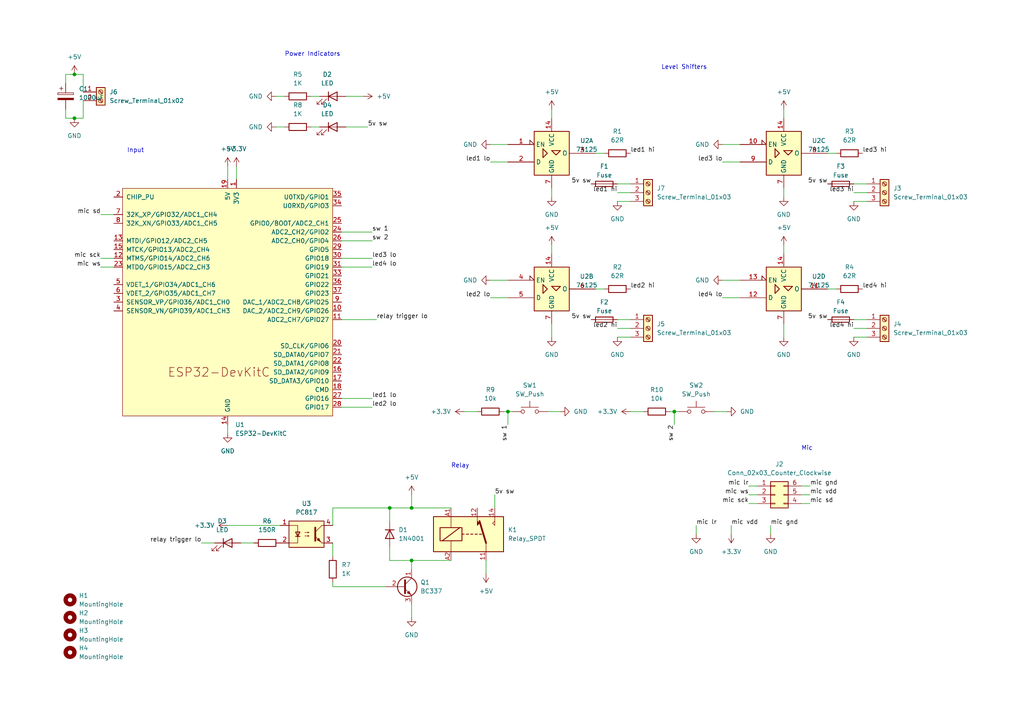
<source format=kicad_sch>
(kicad_sch (version 20230121) (generator eeschema)
  (paper "A4")
  (lib_symbols
    (symbol "74xx_IEEE:74125"
      (property "Reference" "U" (at 6.35 6.35 0))
      (property "Value" "74125" (at 2.54 -7.62 0))
      (symbol "74125_0_1"
        (rectangle (start -5.08 6.35) (end 5.08 -6.35) (stroke (width 0.254)) (fill (type background)))
        (polyline (pts (xy -2.54 1.27) (xy -2.54 -1.27) (xy -1.27 0) (xy -2.54 1.27) (xy -2.54 1.27)) (stroke (width 0.254)) (fill (type background)))
        (polyline (pts (xy 0 0.762) (xy 2.54 0.762) (xy 1.27 -0.508) (xy 0 0.762) (xy 0 0.762)) (stroke (width 0.254)) (fill (type background)))
        (pin power_in line (at 0 10.16 270) (length 3.81) (name "VCC") (number "14"))
        (pin power_in line (at 0 -10.16 90) (length 3.81) (name "GND") (number "7"))
      )
      (symbol "74125_1_0"
        (pin input input_low (at -12.7 2.54 0) (length 7.62) (name "EN") (number "1"))
      )
      (symbol "74125_1_1"
        (pin input line (at -12.7 -2.54 0) (length 7.62) (name "D") (number "2"))
        (pin tri_state line (at 12.7 0 180) (length 7.62) (name "O") (number "3"))
      )
      (symbol "74125_2_0"
        (pin input input_low (at -12.7 2.54 0) (length 7.62) (name "EN") (number "4"))
      )
      (symbol "74125_2_1"
        (pin input line (at -12.7 -2.54 0) (length 7.62) (name "D") (number "5"))
        (pin tri_state line (at 12.7 0 180) (length 7.62) (name "O") (number "6"))
      )
      (symbol "74125_3_0"
        (pin input input_low (at -12.7 2.54 0) (length 7.62) (name "EN") (number "10"))
      )
      (symbol "74125_3_1"
        (pin tri_state line (at 12.7 0 180) (length 7.62) (name "O") (number "8"))
        (pin input line (at -12.7 -2.54 0) (length 7.62) (name "D") (number "9"))
      )
      (symbol "74125_4_0"
        (pin input input_low (at -12.7 2.54 0) (length 7.62) (name "EN") (number "13"))
      )
      (symbol "74125_4_1"
        (pin tri_state line (at 12.7 0 180) (length 7.62) (name "O") (number "11"))
        (pin input line (at -12.7 -2.54 0) (length 7.62) (name "D") (number "12"))
      )
    )
    (symbol "Connector:Screw_Terminal_01x02" (pin_names (offset 1.016) hide)
      (property "Reference" "J" (at 0 2.54 0))
      (property "Value" "Screw_Terminal_01x02" (at 0 -5.08 0))
      (symbol "Screw_Terminal_01x02_1_1"
        (rectangle (start -1.27 1.27) (end 1.27 -3.81) (stroke (width 0.254)) (fill (type background)))
        (circle (center 0 -2.54) (radius 0.635) (stroke (width 0.1524)))
        (polyline (pts (xy -0.5334 -2.2098) (xy 0.3302 -3.048)) (stroke (width 0.1524)))
        (polyline (pts (xy -0.5334 0.3302) (xy 0.3302 -0.508)) (stroke (width 0.1524)))
        (polyline (pts (xy -0.3556 -2.032) (xy 0.508 -2.8702)) (stroke (width 0.1524)))
        (polyline (pts (xy -0.3556 0.508) (xy 0.508 -0.3302)) (stroke (width 0.1524)))
        (circle (center 0 0) (radius 0.635) (stroke (width 0.1524)))
        (pin passive line (at -5.08 0 0) (length 3.81) (name "Pin_1") (number "1"))
        (pin passive line (at -5.08 -2.54 0) (length 3.81) (name "Pin_2") (number "2"))
      )
    )
    (symbol "Connector:Screw_Terminal_01x03" (pin_names (offset 1.016) hide)
      (property "Reference" "J" (at 0 5.08 0))
      (property "Value" "Screw_Terminal_01x03" (at 0 -5.08 0))
      (symbol "Screw_Terminal_01x03_1_1"
        (rectangle (start -1.27 3.81) (end 1.27 -3.81) (stroke (width 0.254)) (fill (type background)))
        (circle (center 0 -2.54) (radius 0.635) (stroke (width 0.1524)))
        (polyline (pts (xy -0.5334 -2.2098) (xy 0.3302 -3.048)) (stroke (width 0.1524)))
        (polyline (pts (xy -0.5334 0.3302) (xy 0.3302 -0.508)) (stroke (width 0.1524)))
        (polyline (pts (xy -0.5334 2.8702) (xy 0.3302 2.032)) (stroke (width 0.1524)))
        (polyline (pts (xy -0.3556 -2.032) (xy 0.508 -2.8702)) (stroke (width 0.1524)))
        (polyline (pts (xy -0.3556 0.508) (xy 0.508 -0.3302)) (stroke (width 0.1524)))
        (polyline (pts (xy -0.3556 3.048) (xy 0.508 2.2098)) (stroke (width 0.1524)))
        (circle (center 0 0) (radius 0.635) (stroke (width 0.1524)))
        (circle (center 0 2.54) (radius 0.635) (stroke (width 0.1524)))
        (pin passive line (at -5.08 2.54 0) (length 3.81) (name "Pin_1") (number "1"))
        (pin passive line (at -5.08 0 0) (length 3.81) (name "Pin_2") (number "2"))
        (pin passive line (at -5.08 -2.54 0) (length 3.81) (name "Pin_3") (number "3"))
      )
    )
    (symbol "Connector_Generic:Conn_02x03_Counter_Clockwise" (pin_names (offset 1.016) hide)
      (property "Reference" "J" (at 1.27 5.08 0))
      (property "Value" "Conn_02x03_Counter_Clockwise" (at 1.27 -5.08 0))
      (symbol "Conn_02x03_Counter_Clockwise_1_1"
        (rectangle (start -1.27 -2.413) (end 0 -2.667) (stroke (width 0.1524)))
        (rectangle (start -1.27 0.127) (end 0 -0.127) (stroke (width 0.1524)))
        (rectangle (start -1.27 2.667) (end 0 2.413) (stroke (width 0.1524)))
        (rectangle (start -1.27 3.81) (end 3.81 -3.81) (stroke (width 0.254)) (fill (type background)))
        (rectangle (start 3.81 -2.413) (end 2.54 -2.667) (stroke (width 0.1524)))
        (rectangle (start 3.81 0.127) (end 2.54 -0.127) (stroke (width 0.1524)))
        (rectangle (start 3.81 2.667) (end 2.54 2.413) (stroke (width 0.1524)))
        (pin passive line (at -5.08 2.54 0) (length 3.81) (name "Pin_1") (number "1"))
        (pin passive line (at -5.08 0 0) (length 3.81) (name "Pin_2") (number "2"))
        (pin passive line (at -5.08 -2.54 0) (length 3.81) (name "Pin_3") (number "3"))
        (pin passive line (at 7.62 -2.54 180) (length 3.81) (name "Pin_4") (number "4"))
        (pin passive line (at 7.62 0 180) (length 3.81) (name "Pin_5") (number "5"))
        (pin passive line (at 7.62 2.54 180) (length 3.81) (name "Pin_6") (number "6"))
      )
    )
    (symbol "Device:C_Polarized" (pin_numbers hide) (pin_names (offset 0.254))
      (property "Reference" "C" (at 0.635 2.54 0))
      (property "Value" "C_Polarized" (at 0.635 -2.54 0))
      (symbol "C_Polarized_0_1"
        (rectangle (start -2.286 0.508) (end 2.286 1.016))
        (polyline (pts (xy -1.778 2.286) (xy -0.762 2.286)))
        (polyline (pts (xy -1.27 2.794) (xy -1.27 1.778)))
        (rectangle (start 2.286 -0.508) (end -2.286 -1.016) (fill (type outline)))
      )
      (symbol "C_Polarized_1_1"
        (pin passive line (at 0 3.81 270) (length 2.794) (name "~") (number "1"))
        (pin passive line (at 0 -3.81 90) (length 2.794) (name "~") (number "2"))
      )
    )
    (symbol "Device:Fuse" (pin_numbers hide) (pin_names (offset 0))
      (property "Reference" "F" (at 2.032 0 90))
      (property "Value" "Fuse" (at -1.905 0 90))
      (symbol "Fuse_0_1"
        (rectangle (start -0.762 -2.54) (end 0.762 2.54) (stroke (width 0.254)))
        (polyline (pts (xy 0 2.54) (xy 0 -2.54)))
      )
      (symbol "Fuse_1_1"
        (pin passive line (at 0 3.81 270) (length 1.27) (name "~") (number "1"))
        (pin passive line (at 0 -3.81 90) (length 1.27) (name "~") (number "2"))
      )
    )
    (symbol "Device:LED" (pin_numbers hide) (pin_names (offset 1.016) hide)
      (property "Reference" "D" (at 0 2.54 0))
      (property "Value" "LED" (at 0 -2.54 0))
      (symbol "LED_0_1"
        (polyline (pts (xy -1.27 -1.27) (xy -1.27 1.27)) (stroke (width 0.254)))
        (polyline (pts (xy -1.27 0) (xy 1.27 0)))
        (polyline (pts (xy 1.27 -1.27) (xy 1.27 1.27) (xy -1.27 0) (xy 1.27 -1.27)) (stroke (width 0.254)))
        (polyline (pts (xy -3.048 -0.762) (xy -4.572 -2.286) (xy -3.81 -2.286) (xy -4.572 -2.286) (xy -4.572 -1.524)))
        (polyline (pts (xy -1.778 -0.762) (xy -3.302 -2.286) (xy -2.54 -2.286) (xy -3.302 -2.286) (xy -3.302 -1.524)))
      )
      (symbol "LED_1_1"
        (pin passive line (at -3.81 0 0) (length 2.54) (name "K") (number "1"))
        (pin passive line (at 3.81 0 180) (length 2.54) (name "A") (number "2"))
      )
    )
    (symbol "Device:R" (pin_numbers hide) (pin_names (offset 0))
      (property "Reference" "R" (at 2.032 0 90))
      (property "Value" "R" (at 0 0 90))
      (symbol "R_0_1"
        (rectangle (start -1.016 -2.54) (end 1.016 2.54) (stroke (width 0.254)))
      )
      (symbol "R_1_1"
        (pin passive line (at 0 3.81 270) (length 1.27) (name "~") (number "1"))
        (pin passive line (at 0 -3.81 90) (length 1.27) (name "~") (number "2"))
      )
    )
    (symbol "Diode:1N4001" (pin_numbers hide) (pin_names hide)
      (property "Reference" "D" (at 0 2.54 0))
      (property "Value" "1N4001" (at 0 -2.54 0))
      (symbol "1N4001_0_1"
        (polyline (pts (xy -1.27 1.27) (xy -1.27 -1.27)) (stroke (width 0.254)))
        (polyline (pts (xy 1.27 0) (xy -1.27 0)))
        (polyline (pts (xy 1.27 1.27) (xy 1.27 -1.27) (xy -1.27 0) (xy 1.27 1.27)) (stroke (width 0.254)))
      )
      (symbol "1N4001_1_1"
        (pin passive line (at -3.81 0 0) (length 2.54) (name "K") (number "1"))
        (pin passive line (at 3.81 0 180) (length 2.54) (name "A") (number "2"))
      )
    )
    (symbol "Isolator:PC817" (pin_names (offset 1.016))
      (property "Reference" "U" (at -5.08 5.08 0))
      (property "Value" "PC817" (at 0 5.08 0))
      (symbol "PC817_0_1"
        (rectangle (start -5.08 3.81) (end 5.08 -3.81) (stroke (width 0.254)) (fill (type background)))
        (polyline (pts (xy -3.175 -0.635) (xy -1.905 -0.635)) (stroke (width 0.254)))
        (polyline (pts (xy 2.54 0.635) (xy 4.445 2.54)))
        (polyline (pts (xy 4.445 -2.54) (xy 2.54 -0.635)) (fill (type outline)))
        (polyline (pts (xy 4.445 -2.54) (xy 5.08 -2.54)))
        (polyline (pts (xy 4.445 2.54) (xy 5.08 2.54)))
        (polyline (pts (xy -5.08 2.54) (xy -2.54 2.54) (xy -2.54 -0.635)))
        (polyline (pts (xy -2.54 -0.635) (xy -2.54 -2.54) (xy -5.08 -2.54)))
        (polyline (pts (xy 2.54 1.905) (xy 2.54 -1.905) (xy 2.54 -1.905)) (stroke (width 0.508)))
        (polyline (pts (xy -2.54 -0.635) (xy -3.175 0.635) (xy -1.905 0.635) (xy -2.54 -0.635)) (stroke (width 0.254)))
        (polyline (pts (xy -0.508 -0.508) (xy 0.762 -0.508) (xy 0.381 -0.635) (xy 0.381 -0.381) (xy 0.762 -0.508)))
        (polyline (pts (xy -0.508 0.508) (xy 0.762 0.508) (xy 0.381 0.381) (xy 0.381 0.635) (xy 0.762 0.508)))
        (polyline (pts (xy 3.048 -1.651) (xy 3.556 -1.143) (xy 4.064 -2.159) (xy 3.048 -1.651) (xy 3.048 -1.651)) (fill (type outline)))
      )
      (symbol "PC817_1_1"
        (pin passive line (at -7.62 2.54 0) (length 2.54) (name "~") (number "1"))
        (pin passive line (at -7.62 -2.54 0) (length 2.54) (name "~") (number "2"))
        (pin passive line (at 7.62 -2.54 180) (length 2.54) (name "~") (number "3"))
        (pin passive line (at 7.62 2.54 180) (length 2.54) (name "~") (number "4"))
      )
    )
    (symbol "Mechanical:MountingHole" (pin_names (offset 1.016))
      (property "Reference" "H" (at 0 5.08 0))
      (property "Value" "MountingHole" (at 0 3.175 0))
      (symbol "MountingHole_0_1"
        (circle (center 0 0) (radius 1.27) (stroke (width 1.27)))
      )
    )
    (symbol "PCM_Espressif:ESP32-DevKitC" (pin_names (offset 1.016))
      (property "Reference" "U" (at -30.48 38.1 0))
      (property "Value" "ESP32-DevKitC" (at -30.48 35.56 0))
      (symbol "ESP32-DevKitC_0_0"
        (text "ESP32-DevKitC" (at -2.54 -20.32 0) (effects (font (size 2.54 2.54))))
        (pin power_in line (at 0 -35.56 90) (length 2.54) (name "GND") (number "14"))
        (pin power_in line (at 0 35.56 270) (length 2.54) (name "5V") (number "19"))
      )
      (symbol "ESP32-DevKitC_0_1"
        (rectangle (start -30.48 33.02) (end 30.48 -33.02) (fill (type background)))
      )
      (symbol "ESP32-DevKitC_1_1"
        (pin power_in line (at 2.54 35.56 270) (length 2.54) (name "3V3") (number "1"))
        (pin bidirectional line (at 33.02 -2.54 180) (length 2.54) (name "DAC_2/ADC2_CH9/GPIO26") (number "10"))
        (pin bidirectional line (at 33.02 -5.08 180) (length 2.54) (name "ADC2_CH7/GPIO27") (number "11"))
        (pin bidirectional line (at -33.02 12.7 0) (length 2.54) (name "MTMS/GPIO14/ADC2_CH6") (number "12"))
        (pin bidirectional line (at -33.02 17.78 0) (length 2.54) (name "MTDI/GPIO12/ADC2_CH5") (number "13"))
        (pin bidirectional line (at -33.02 15.24 0) (length 2.54) (name "MTCK/GPIO13/ADC2_CH4") (number "15"))
        (pin bidirectional line (at 33.02 -20.32 180) (length 2.54) (name "SD_DATA2/GPIO9") (number "16"))
        (pin bidirectional line (at 33.02 -22.86 180) (length 2.54) (name "SD_DATA3/GPIO10") (number "17"))
        (pin bidirectional line (at 33.02 -25.4 180) (length 2.54) (name "CMD") (number "18"))
        (pin input line (at -33.02 30.48 0) (length 2.54) (name "CHIP_PU") (number "2"))
        (pin bidirectional line (at 33.02 -12.7 180) (length 2.54) (name "SD_CLK/GPIO6") (number "20"))
        (pin bidirectional line (at 33.02 -15.24 180) (length 2.54) (name "SD_DATA0/GPIO7") (number "21"))
        (pin bidirectional line (at 33.02 -17.78 180) (length 2.54) (name "SD_DATA1/GPIO8") (number "22"))
        (pin bidirectional line (at -33.02 10.16 0) (length 2.54) (name "MTDO/GPIO15/ADC2_CH3") (number "23"))
        (pin bidirectional line (at 33.02 20.32 180) (length 2.54) (name "ADC2_CH2/GPIO2") (number "24"))
        (pin bidirectional line (at 33.02 22.86 180) (length 2.54) (name "GPIO0/BOOT/ADC2_CH1") (number "25"))
        (pin bidirectional line (at 33.02 17.78 180) (length 2.54) (name "ADC2_CH0/GPIO4") (number "26"))
        (pin bidirectional line (at 33.02 -27.94 180) (length 2.54) (name "GPIO16") (number "27"))
        (pin bidirectional line (at 33.02 -30.48 180) (length 2.54) (name "GPIO17") (number "28"))
        (pin bidirectional line (at 33.02 15.24 180) (length 2.54) (name "GPIO5") (number "29"))
        (pin input line (at -33.02 0 0) (length 2.54) (name "SENSOR_VP/GPIO36/ADC1_CH0") (number "3"))
        (pin bidirectional line (at 33.02 12.7 180) (length 2.54) (name "GPIO18") (number "30"))
        (pin bidirectional line (at 33.02 10.16 180) (length 2.54) (name "GPIO19") (number "31"))
        (pin passive line (at 0 -35.56 90) (length 2.54) hide (name "GND") (number "32"))
        (pin bidirectional line (at 33.02 7.62 180) (length 2.54) (name "GPIO21") (number "33"))
        (pin bidirectional line (at 33.02 27.94 180) (length 2.54) (name "U0RXD/GPIO3") (number "34"))
        (pin bidirectional line (at 33.02 30.48 180) (length 2.54) (name "U0TXD/GPIO1") (number "35"))
        (pin bidirectional line (at 33.02 5.08 180) (length 2.54) (name "GPIO22") (number "36"))
        (pin bidirectional line (at 33.02 2.54 180) (length 2.54) (name "GPIO23") (number "37"))
        (pin passive line (at 0 -35.56 90) (length 2.54) hide (name "GND") (number "38"))
        (pin input line (at -33.02 -2.54 0) (length 2.54) (name "SENSOR_VN/GPIO39/ADC1_CH3") (number "4"))
        (pin input line (at -33.02 5.08 0) (length 2.54) (name "VDET_1/GPIO34/ADC1_CH6") (number "5"))
        (pin input line (at -33.02 2.54 0) (length 2.54) (name "VDET_2/GPIO35/ADC1_CH7") (number "6"))
        (pin bidirectional line (at -33.02 25.4 0) (length 2.54) (name "32K_XP/GPIO32/ADC1_CH4") (number "7"))
        (pin bidirectional line (at -33.02 22.86 0) (length 2.54) (name "32K_XN/GPIO33/ADC1_CH5") (number "8"))
        (pin bidirectional line (at 33.02 0 180) (length 2.54) (name "DAC_1/ADC2_CH8/GPIO25") (number "9"))
      )
    )
    (symbol "Relay:Relay_SPDT"
      (property "Reference" "K" (at 11.43 3.81 0))
      (property "Value" "Relay_SPDT" (at 11.43 1.27 0))
      (symbol "Relay_SPDT_0_0"
        (polyline (pts (xy 7.62 5.08) (xy 7.62 2.54) (xy 6.985 3.175) (xy 7.62 3.81)))
      )
      (symbol "Relay_SPDT_0_1"
        (rectangle (start -10.16 5.08) (end 10.16 -5.08) (stroke (width 0.254)) (fill (type background)))
        (rectangle (start -8.255 1.905) (end -1.905 -1.905) (stroke (width 0.254)))
        (polyline (pts (xy -7.62 -1.905) (xy -2.54 1.905)) (stroke (width 0.254)))
        (polyline (pts (xy -5.08 -5.08) (xy -5.08 -1.905)))
        (polyline (pts (xy -5.08 5.08) (xy -5.08 1.905)))
        (polyline (pts (xy -1.905 0) (xy -1.27 0)) (stroke (width 0.254)))
        (polyline (pts (xy -0.635 0) (xy 0 0)) (stroke (width 0.254)))
        (polyline (pts (xy 0.635 0) (xy 1.27 0)) (stroke (width 0.254)))
        (polyline (pts (xy 1.905 0) (xy 2.54 0)) (stroke (width 0.254)))
        (polyline (pts (xy 3.175 0) (xy 3.81 0)) (stroke (width 0.254)))
        (polyline (pts (xy 5.08 -2.54) (xy 3.175 3.81)) (stroke (width 0.508)))
        (polyline (pts (xy 5.08 -2.54) (xy 5.08 -5.08)))
        (polyline (pts (xy 2.54 5.08) (xy 2.54 2.54) (xy 3.175 3.175) (xy 2.54 3.81)) (fill (type outline)))
      )
      (symbol "Relay_SPDT_1_1"
        (pin passive line (at 5.08 -7.62 90) (length 2.54) (name "~") (number "11"))
        (pin passive line (at 2.54 7.62 270) (length 2.54) (name "~") (number "12"))
        (pin passive line (at 7.62 7.62 270) (length 2.54) (name "~") (number "14"))
        (pin passive line (at -5.08 7.62 270) (length 2.54) (name "~") (number "A1"))
        (pin passive line (at -5.08 -7.62 90) (length 2.54) (name "~") (number "A2"))
      )
    )
    (symbol "Switch:SW_Push" (pin_numbers hide) (pin_names (offset 1.016) hide)
      (property "Reference" "SW" (at 1.27 2.54 0))
      (property "Value" "SW_Push" (at 0 -1.524 0))
      (symbol "SW_Push_0_1"
        (circle (center -2.032 0) (radius 0.508))
        (polyline (pts (xy 0 1.27) (xy 0 3.048)))
        (polyline (pts (xy 2.54 1.27) (xy -2.54 1.27)))
        (circle (center 2.032 0) (radius 0.508))
        (pin passive line (at -5.08 0 0) (length 2.54) (name "1") (number "1"))
        (pin passive line (at 5.08 0 180) (length 2.54) (name "2") (number "2"))
      )
    )
    (symbol "Transistor_BJT:BC337" (pin_names (offset 0) hide)
      (property "Reference" "Q" (at 5.08 1.905 0))
      (property "Value" "BC337" (at 5.08 0 0))
      (symbol "BC337_0_1"
        (polyline (pts (xy 0 0) (xy 0.635 0)))
        (polyline (pts (xy 0.635 0.635) (xy 2.54 2.54)))
        (polyline (pts (xy 0.635 -0.635) (xy 2.54 -2.54) (xy 2.54 -2.54)))
        (polyline (pts (xy 0.635 1.905) (xy 0.635 -1.905) (xy 0.635 -1.905)) (stroke (width 0.508)))
        (polyline (pts (xy 1.27 -1.778) (xy 1.778 -1.27) (xy 2.286 -2.286) (xy 1.27 -1.778) (xy 1.27 -1.778)) (fill (type outline)))
        (circle (center 1.27 0) (radius 2.8194) (stroke (width 0.254)))
      )
      (symbol "BC337_1_1"
        (pin passive line (at 2.54 5.08 270) (length 2.54) (name "C") (number "1"))
        (pin input line (at -5.08 0 0) (length 5.08) (name "B") (number "2"))
        (pin passive line (at 2.54 -5.08 90) (length 2.54) (name "E") (number "3"))
      )
    )
    (symbol "power:+3.3V" (power) (pin_names (offset 0))
      (property "Value" "+3.3V" (at 0 3.556 0))
      (symbol "+3.3V_0_1"
        (polyline (pts (xy -0.762 1.27) (xy 0 2.54)))
        (polyline (pts (xy 0 0) (xy 0 2.54)))
        (polyline (pts (xy 0 2.54) (xy 0.762 1.27)))
      )
      (symbol "+3.3V_1_1"
        (pin power_in line (at 0 0 90) (length 0) hide (name "+3.3V") (number "1"))
      )
    )
    (symbol "power:+5V" (power) (pin_names (offset 0))
      (property "Value" "+5V" (at 0 3.556 0))
      (symbol "+5V_0_1"
        (polyline (pts (xy -0.762 1.27) (xy 0 2.54)))
        (polyline (pts (xy 0 0) (xy 0 2.54)))
        (polyline (pts (xy 0 2.54) (xy 0.762 1.27)))
      )
      (symbol "+5V_1_1"
        (pin power_in line (at 0 0 90) (length 0) hide (name "+5V") (number "1"))
      )
    )
    (symbol "power:GND" (power) (pin_names (offset 0))
      (property "Value" "GND" (at 0 -3.81 0))
      (symbol "GND_0_1"
        (polyline (pts (xy 0 0) (xy 0 -1.27) (xy 1.27 -1.27) (xy 0 -2.54) (xy -1.27 -1.27) (xy 0 -1.27)))
      )
      (symbol "GND_1_1"
        (pin power_in line (at 0 0 270) (length 0) hide (name "GND") (number "1"))
      )
    )
  )
  (junction (at 21.59 21.59))
  (junction (at 119.38 162.56))
  (junction (at 147.32 119.38))
  (junction (at 119.38 147.32))
  (junction (at 21.59 34.29))
  (junction (at 113.03 147.32))
  (junction (at 195.58 119.38))
  (wire (pts (xy 179.07 95.25) (xy 182.88 95.25)))
  (wire (pts (xy 247.65 92.71) (xy 251.46 92.71)))
  (wire (pts (xy 68.58 48.26) (xy 68.58 52.07)))
  (wire (pts (xy 99.06 115.57) (xy 107.95 115.57)))
  (wire (pts (xy 99.06 118.11) (xy 107.95 118.11)))
  (wire (pts (xy 142.24 46.99) (xy 147.32 46.99)))
  (wire (pts (xy 223.52 152.4) (xy 223.52 154.94)))
  (wire (pts (xy 209.55 46.99) (xy 214.63 46.99)))
  (wire (pts (xy 66.04 123.19) (xy 66.04 125.73)))
  (wire (pts (xy 247.65 95.25) (xy 251.46 95.25)))
  (wire (pts (xy 201.93 152.4) (xy 201.93 154.94)))
  (wire (pts (xy 232.41 146.05) (xy 234.95 146.05)))
  (wire (pts (xy 179.07 92.71) (xy 182.88 92.71)))
  (wire (pts (xy 172.72 44.45) (xy 175.26 44.45)))
  (wire (pts (xy 195.58 119.38) (xy 196.85 119.38)))
  (wire (pts (xy 212.09 152.4) (xy 212.09 154.94)))
  (wire (pts (xy 217.17 143.51) (xy 219.71 143.51)))
  (wire (pts (xy 143.51 143.51) (xy 143.51 147.32)))
  (wire (pts (xy 142.24 41.91) (xy 147.32 41.91)))
  (wire (pts (xy 227.33 71.12) (xy 227.33 73.66)))
  (wire (pts (xy 160.02 71.12) (xy 160.02 73.66)))
  (wire (pts (xy 160.02 93.98) (xy 160.02 97.79)))
  (wire (pts (xy 90.17 27.94) (xy 92.71 27.94)))
  (wire (pts (xy 172.72 83.82) (xy 175.26 83.82)))
  (wire (pts (xy 96.52 147.32) (xy 96.52 152.4)))
  (wire (pts (xy 142.24 86.36) (xy 147.32 86.36)))
  (wire (pts (xy 99.06 67.31) (xy 107.95 67.31)))
  (wire (pts (xy 99.06 74.93) (xy 107.95 74.93)))
  (wire (pts (xy 111.76 170.18) (xy 96.52 170.18)))
  (wire (pts (xy 29.21 77.47) (xy 33.02 77.47)))
  (wire (pts (xy 96.52 157.48) (xy 96.52 161.29)))
  (wire (pts (xy 217.17 140.97) (xy 219.71 140.97)))
  (wire (pts (xy 240.03 44.45) (xy 242.57 44.45)))
  (wire (pts (xy 207.01 119.38) (xy 210.82 119.38)))
  (wire (pts (xy 66.04 48.26) (xy 66.04 52.07)))
  (wire (pts (xy 247.65 55.88) (xy 251.46 55.88)))
  (wire (pts (xy 58.42 157.48) (xy 62.23 157.48)))
  (wire (pts (xy 247.65 58.42) (xy 251.46 58.42)))
  (wire (pts (xy 209.55 81.28) (xy 214.63 81.28)))
  (wire (pts (xy 146.05 119.38) (xy 147.32 119.38)))
  (wire (pts (xy 24.13 26.67) (xy 24.13 21.59)))
  (wire (pts (xy 209.55 86.36) (xy 214.63 86.36)))
  (wire (pts (xy 29.21 74.93) (xy 33.02 74.93)))
  (wire (pts (xy 160.02 54.61) (xy 160.02 57.15)))
  (wire (pts (xy 130.81 147.32) (xy 119.38 147.32)))
  (wire (pts (xy 90.17 36.83) (xy 92.71 36.83)))
  (wire (pts (xy 21.59 34.29) (xy 24.13 34.29)))
  (wire (pts (xy 227.33 93.98) (xy 227.33 97.79)))
  (wire (pts (xy 113.03 147.32) (xy 113.03 151.13)))
  (wire (pts (xy 99.06 92.71) (xy 109.22 92.71)))
  (wire (pts (xy 69.85 157.48) (xy 73.66 157.48)))
  (wire (pts (xy 232.41 143.51) (xy 234.95 143.51)))
  (wire (pts (xy 179.07 97.79) (xy 182.88 97.79)))
  (wire (pts (xy 113.03 158.75) (xy 113.03 162.56)))
  (wire (pts (xy 179.07 53.34) (xy 182.88 53.34)))
  (wire (pts (xy 99.06 69.85) (xy 107.95 69.85)))
  (wire (pts (xy 119.38 143.51) (xy 119.38 147.32)))
  (wire (pts (xy 113.03 147.32) (xy 96.52 147.32)))
  (wire (pts (xy 140.97 162.56) (xy 140.97 166.37)))
  (wire (pts (xy 142.24 81.28) (xy 147.32 81.28)))
  (wire (pts (xy 182.88 119.38) (xy 186.69 119.38)))
  (wire (pts (xy 134.62 119.38) (xy 138.43 119.38)))
  (wire (pts (xy 217.17 146.05) (xy 219.71 146.05)))
  (wire (pts (xy 80.01 36.83) (xy 82.55 36.83)))
  (wire (pts (xy 247.65 97.79) (xy 251.46 97.79)))
  (wire (pts (xy 247.65 53.34) (xy 251.46 53.34)))
  (wire (pts (xy 21.59 21.59) (xy 19.05 21.59)))
  (wire (pts (xy 232.41 140.97) (xy 234.95 140.97)))
  (wire (pts (xy 96.52 170.18) (xy 96.52 168.91)))
  (wire (pts (xy 227.33 54.61) (xy 227.33 57.15)))
  (wire (pts (xy 119.38 175.26) (xy 119.38 179.07)))
  (wire (pts (xy 19.05 21.59) (xy 19.05 24.13)))
  (wire (pts (xy 119.38 162.56) (xy 113.03 162.56)))
  (wire (pts (xy 195.58 119.38) (xy 195.58 123.19)))
  (wire (pts (xy 19.05 31.75) (xy 19.05 34.29)))
  (wire (pts (xy 209.55 41.91) (xy 214.63 41.91)))
  (wire (pts (xy 158.75 119.38) (xy 162.56 119.38)))
  (wire (pts (xy 66.04 152.4) (xy 81.28 152.4)))
  (wire (pts (xy 19.05 34.29) (xy 21.59 34.29)))
  (wire (pts (xy 147.32 119.38) (xy 148.59 119.38)))
  (wire (pts (xy 100.33 27.94) (xy 105.41 27.94)))
  (wire (pts (xy 227.33 31.75) (xy 227.33 34.29)))
  (wire (pts (xy 24.13 34.29) (xy 24.13 29.21)))
  (wire (pts (xy 80.01 27.94) (xy 82.55 27.94)))
  (wire (pts (xy 29.21 62.23) (xy 33.02 62.23)))
  (wire (pts (xy 194.31 119.38) (xy 195.58 119.38)))
  (wire (pts (xy 147.32 119.38) (xy 147.32 123.19)))
  (wire (pts (xy 179.07 58.42) (xy 182.88 58.42)))
  (wire (pts (xy 130.81 162.56) (xy 119.38 162.56)))
  (wire (pts (xy 160.02 31.75) (xy 160.02 34.29)))
  (wire (pts (xy 240.03 83.82) (xy 242.57 83.82)))
  (wire (pts (xy 99.06 77.47) (xy 107.95 77.47)))
  (wire (pts (xy 179.07 55.88) (xy 182.88 55.88)))
  (wire (pts (xy 24.13 21.59) (xy 21.59 21.59)))
  (wire (pts (xy 119.38 147.32) (xy 113.03 147.32)))
  (wire (pts (xy 119.38 162.56) (xy 119.38 165.1)))
  (wire (pts (xy 100.33 36.83) (xy 106.68 36.83)))
  (text "Relay" (at 130.81 135.89 0) (effects (font (size 1.27 1.27)) (justify left bottom)))
  (text "Level Shifters" (at 191.77 20.32 0) (effects (font (size 1.27 1.27)) (justify left bottom)))
  (text "Power Indicators" (at 82.55 16.51 0) (effects (font (size 1.27 1.27)) (justify left bottom)))
  (text "Input" (at 36.83 44.45 0) (effects (font (size 1.27 1.27)) (justify left bottom)))
  (text "Mic" (at 232.41 130.81 0) (effects (font (size 1.27 1.27)) (justify left bottom)))
  (label "mic sd" (at 29.21 62.23 180))
  (label "mic sd" (at 234.95 146.05 0))
  (label "mic ws" (at 29.21 77.47 180))
  (label "sw 1" (at 107.95 67.31 0))
  (label "led2 hi" (at 179.07 95.25 180))
  (label "led4 hi" (at 250.19 83.82 0))
  (label "5v sw" (at 171.45 92.71 180))
  (label "relay trigger lo" (at 58.42 157.48 180))
  (label "sw 1" (at 147.32 123.19 270))
  (label "mic gnd" (at 234.95 140.97 0))
  (label "led3 lo" (at 209.55 46.99 180))
  (label "led1 lo" (at 142.24 46.99 180))
  (label "led3 hi" (at 247.65 55.88 180))
  (label "led4 lo" (at 209.55 86.36 180))
  (label "led3 hi" (at 250.19 44.45 0))
  (label "mic vdd" (at 212.09 152.4 0))
  (label "led4 lo" (at 107.95 77.47 0))
  (label "led3 lo" (at 107.95 74.93 0))
  (label "5v sw" (at 240.03 92.71 180))
  (label "sw 2" (at 107.95 69.85 0))
  (label "mic ws" (at 217.17 143.51 180))
  (label "mic lr" (at 201.93 152.4 0))
  (label "relay trigger lo" (at 109.22 92.71 0))
  (label "mic gnd" (at 223.52 152.4 0))
  (label "5v sw" (at 143.51 143.51 0))
  (label "led1 hi" (at 182.88 44.45 0))
  (label "mic vdd" (at 234.95 143.51 0))
  (label "mic lr" (at 217.17 140.97 180))
  (label "led2 lo" (at 107.95 118.11 0))
  (label "led2 lo" (at 142.24 86.36 180))
  (label "mic sck" (at 29.21 74.93 180))
  (label "5v sw" (at 106.68 36.83 0))
  (label "5v sw" (at 171.45 53.34 180))
  (label "led1 hi" (at 179.07 55.88 180))
  (label "led1 lo" (at 107.95 115.57 0))
  (label "led2 hi" (at 182.88 83.82 0))
  (label "sw 2" (at 195.58 123.19 270))
  (label "mic sck" (at 217.17 146.05 180))
  (label "led4 hi" (at 247.65 95.25 180))
  (label "5v sw" (at 240.03 53.34 180))
  (symbol (lib_id "Isolator:PC817") (at 88.9 154.94 0) (unit 1)
    (property "Reference" "U3" (at 88.9 146.05 0))
    (property "Value" "PC817" (at 88.9 148.59 0))
    (property "Footprint" "Package_DIP:DIP-4_W7.62mm" (effects hide))
    (property "Datasheet" "http://www.soselectronic.cz/a_info/resource/d/pc817.pdf" (effects hide))
  )
  (symbol (lib_id "Connector:Screw_Terminal_01x03") (at 187.96 55.88 0) (unit 1)
    (property "Reference" "J7" (at 190.5 54.61 0) (effects (justify left)))
    (property "Value" "Screw_Terminal_01x03" (at 190.5 57.15 0) (effects (justify left)))
    (property "Footprint" "TerminalBlock:TerminalBlock_bornier-3_P5.08mm" (effects hide))
  )
  (symbol (lib_id "power:GND") (at 142.24 81.28 270) (unit 1)
    (property "Reference" "#PWR017" (effects hide))
    (property "Value" "GND" (at 138.43 81.28 90) (effects (justify right)))
  )
  (symbol (lib_id "power:GND") (at 21.59 34.29 0) (unit 1)
    (property "Reference" "#PWR02" (effects hide))
    (property "Value" "GND" (at 21.59 39.37 0))
  )
  (symbol (lib_id "Device:Fuse") (at 175.26 53.34 90) (unit 1)
    (property "Reference" "F1" (at 175.26 48.26 90))
    (property "Value" "Fuse" (at 175.26 50.8 90))
    (property "Footprint" "Fuse:Fuseholder_Blade_Mini_Keystone_3568" (effects hide))
  )
  (symbol (lib_id "power:GND") (at 179.07 97.79 0) (unit 1)
    (property "Reference" "#PWR021" (effects hide))
    (property "Value" "GND" (at 179.07 102.87 0))
  )
  (symbol (lib_id "power:+5V") (at 160.02 71.12 0) (unit 1)
    (property "Reference" "#PWR010" (effects hide))
    (property "Value" "+5V" (at 160.02 66.04 0))
  )
  (symbol (lib_id "power:GND") (at 162.56 119.38 90) (unit 1)
    (property "Reference" "#PWR033" (effects hide))
    (property "Value" "GND" (at 166.37 119.38 90) (effects (justify right)))
  )
  (symbol (lib_id "Device:LED") (at 96.52 36.83 0) (unit 1)
    (property "Reference" "D4" (at 94.9325 30.48 0))
    (property "Value" "LED" (at 94.9325 33.02 0))
    (property "Footprint" "LED_THT:LED_D5.0mm" (effects hide))
  )
  (symbol (lib_id "Device:R") (at 246.38 83.82 270) (unit 1)
    (property "Reference" "R4" (at 246.38 77.47 90))
    (property "Value" "62R" (at 246.38 80.01 90))
    (property "Footprint" "Resistor_THT:R_Axial_DIN0207_L6.3mm_D2.5mm_P10.16mm_Horizontal" (effects hide))
  )
  (symbol (lib_id "Device:R") (at 190.5 119.38 270) (unit 1)
    (property "Reference" "R10" (at 190.5 113.03 90))
    (property "Value" "10k" (at 190.5 115.57 90))
    (property "Footprint" "Resistor_THT:R_Axial_DIN0207_L6.3mm_D2.5mm_P10.16mm_Horizontal" (effects hide))
  )
  (symbol (lib_id "Device:Fuse") (at 175.26 92.71 90) (unit 1)
    (property "Reference" "F2" (at 175.26 87.63 90))
    (property "Value" "Fuse" (at 175.26 90.17 90))
    (property "Footprint" "Fuse:Fuseholder_Blade_Mini_Keystone_3568" (effects hide))
  )
  (symbol (lib_id "power:GND") (at 227.33 57.15 0) (unit 1)
    (property "Reference" "#PWR07" (effects hide))
    (property "Value" "GND" (at 227.33 62.23 0))
  )
  (symbol (lib_id "power:+5V") (at 227.33 71.12 0) (unit 1)
    (property "Reference" "#PWR011" (effects hide))
    (property "Value" "+5V" (at 227.33 66.04 0))
  )
  (symbol (lib_id "Mechanical:MountingHole") (at 20.32 189.23 0) (unit 1)
    (property "Reference" "H4" (at 22.86 187.96 0) (effects (justify left)))
    (property "Value" "MountingHole" (at 22.86 190.5 0) (effects (justify left)))
    (property "Footprint" "MountingHole:MountingHole_3.2mm_M3_DIN965_Pad_TopBottom" (effects hide))
  )
  (symbol (lib_id "Device:R") (at 246.38 44.45 270) (unit 1)
    (property "Reference" "R3" (at 246.38 38.1 90))
    (property "Value" "62R" (at 246.38 40.64 90))
    (property "Footprint" "Resistor_THT:R_Axial_DIN0207_L6.3mm_D2.5mm_P10.16mm_Horizontal" (effects hide))
  )
  (symbol (lib_id "Device:R") (at 86.36 27.94 90) (unit 1)
    (property "Reference" "R5" (at 86.36 21.59 90))
    (property "Value" "1K" (at 86.36 24.13 90))
    (property "Footprint" "Resistor_THT:R_Axial_DIN0207_L6.3mm_D2.5mm_P10.16mm_Horizontal" (effects hide))
  )
  (symbol (lib_id "Device:R") (at 96.52 165.1 180) (unit 1)
    (property "Reference" "R7" (at 99.06 163.83 0) (effects (justify right)))
    (property "Value" "1K" (at 99.06 166.37 0) (effects (justify right)))
    (property "Footprint" "Resistor_THT:R_Axial_DIN0207_L6.3mm_D2.5mm_P10.16mm_Horizontal" (effects hide))
  )
  (symbol (lib_id "power:+5V") (at 119.38 143.51 0) (unit 1)
    (property "Reference" "#PWR026" (effects hide))
    (property "Value" "+5V" (at 119.38 138.43 0))
  )
  (symbol (lib_id "Diode:1N4001") (at 113.03 154.94 270) (unit 1)
    (property "Reference" "D1" (at 115.57 153.67 90) (effects (justify left)))
    (property "Value" "1N4001" (at 115.57 156.21 90) (effects (justify left)))
    (property "Footprint" "Diode_THT:D_DO-41_SOD81_P10.16mm_Horizontal" (effects hide))
    (property "Datasheet" "http://www.vishay.com/docs/88503/1n4001.pdf" (effects hide))
    (property "Sim.Device" "D" (effects hide))
    (property "Sim.Pins" "1=K 2=A" (effects hide))
  )
  (symbol (lib_id "Connector:Screw_Terminal_01x03") (at 256.54 55.88 0) (unit 1)
    (property "Reference" "J3" (at 259.08 54.61 0) (effects (justify left)))
    (property "Value" "Screw_Terminal_01x03" (at 259.08 57.15 0) (effects (justify left)))
    (property "Footprint" "TerminalBlock:TerminalBlock_bornier-3_P5.08mm" (effects hide))
  )
  (symbol (lib_id "Device:R") (at 86.36 36.83 90) (unit 1)
    (property "Reference" "R8" (at 86.36 30.48 90))
    (property "Value" "1K" (at 86.36 33.02 90))
    (property "Footprint" "Resistor_THT:R_Axial_DIN0207_L6.3mm_D2.5mm_P10.16mm_Horizontal" (effects hide))
  )
  (symbol (lib_id "Device:R") (at 77.47 157.48 270) (unit 1)
    (property "Reference" "R6" (at 77.47 151.13 90))
    (property "Value" "150R" (at 77.47 153.67 90))
    (property "Footprint" "Resistor_THT:R_Axial_DIN0207_L6.3mm_D2.5mm_P10.16mm_Horizontal" (effects hide))
  )
  (symbol (lib_id "power:+3.3V") (at 68.58 48.26 0) (unit 1)
    (property "Reference" "#PWR04" (effects hide))
    (property "Value" "+3.3V" (at 68.58 43.18 0))
  )
  (symbol (lib_id "Mechanical:MountingHole") (at 20.32 179.07 0) (unit 1)
    (property "Reference" "H2" (at 22.86 177.8 0) (effects (justify left)))
    (property "Value" "MountingHole" (at 22.86 180.34 0) (effects (justify left)))
    (property "Footprint" "MountingHole:MountingHole_3.2mm_M3_DIN965_Pad_TopBottom" (effects hide))
  )
  (symbol (lib_id "power:GND") (at 66.04 125.73 0) (unit 1)
    (property "Reference" "#PWR05" (effects hide))
    (property "Value" "GND" (at 66.04 130.81 0))
  )
  (symbol (lib_id "Mechanical:MountingHole") (at 20.32 184.15 0) (unit 1)
    (property "Reference" "H3" (at 22.86 182.88 0) (effects (justify left)))
    (property "Value" "MountingHole" (at 22.86 185.42 0) (effects (justify left)))
    (property "Footprint" "MountingHole:MountingHole_3.2mm_M3_DIN965_Pad_TopBottom" (effects hide))
  )
  (symbol (lib_id "Device:R") (at 179.07 44.45 270) (unit 1)
    (property "Reference" "R1" (at 179.07 38.1 90))
    (property "Value" "62R" (at 179.07 40.64 90))
    (property "Footprint" "Resistor_THT:R_Axial_DIN0207_L6.3mm_D2.5mm_P10.16mm_Horizontal" (effects hide))
  )
  (symbol (lib_id "power:GND") (at 209.55 81.28 270) (unit 1)
    (property "Reference" "#PWR016" (effects hide))
    (property "Value" "GND" (at 205.74 81.28 90) (effects (justify right)))
  )
  (symbol (lib_id "Connector:Screw_Terminal_01x03") (at 256.54 95.25 0) (unit 1)
    (property "Reference" "J4" (at 259.08 93.98 0) (effects (justify left)))
    (property "Value" "Screw_Terminal_01x03" (at 259.08 96.52 0) (effects (justify left)))
    (property "Footprint" "TerminalBlock:TerminalBlock_bornier-3_P5.08mm" (effects hide))
  )
  (symbol (lib_id "74xx_IEEE:74125") (at 227.33 44.45 0) (unit 3)
    (property "Reference" "U2" (at 237.49 40.8021 0))
    (property "Value" "74125" (at 237.49 43.3421 0))
    (property "Footprint" "Package_DIP:DIP-14_W7.62mm_LongPads" (effects hide))
  )
  (symbol (lib_id "Device:R") (at 142.24 119.38 270) (unit 1)
    (property "Reference" "R9" (at 142.24 113.03 90))
    (property "Value" "10k" (at 142.24 115.57 90))
    (property "Footprint" "Resistor_THT:R_Axial_DIN0207_L6.3mm_D2.5mm_P10.16mm_Horizontal" (effects hide))
  )
  (symbol (lib_id "74xx_IEEE:74125") (at 227.33 83.82 0) (unit 4)
    (property "Reference" "U2" (at 237.49 80.1721 0))
    (property "Value" "74125" (at 237.49 82.7121 0))
    (property "Footprint" "Package_DIP:DIP-14_W7.62mm_LongPads" (effects hide))
  )
  (symbol (lib_id "power:+5V") (at 140.97 166.37 180) (unit 1)
    (property "Reference" "#PWR018" (effects hide))
    (property "Value" "+5V" (at 140.97 171.45 0))
  )
  (symbol (lib_id "power:GND") (at 80.01 36.83 270) (unit 1)
    (property "Reference" "#PWR031" (effects hide))
    (property "Value" "GND" (at 76.2 36.83 90) (effects (justify right)))
  )
  (symbol (lib_id "power:GND") (at 210.82 119.38 90) (unit 1)
    (property "Reference" "#PWR035" (effects hide))
    (property "Value" "GND" (at 214.63 119.38 90) (effects (justify right)))
  )
  (symbol (lib_id "Transistor_BJT:BC337") (at 116.84 170.18 0) (unit 1)
    (property "Reference" "Q1" (at 121.92 168.91 0) (effects (justify left)))
    (property "Value" "BC337" (at 121.92 171.45 0) (effects (justify left)))
    (property "Footprint" "Package_TO_SOT_THT:TO-92_Inline" (effects hide))
    (property "Datasheet" "https://diotec.com/tl_files/diotec/files/pdf/datasheets/bc337.pdf" (effects hide))
  )
  (symbol (lib_id "Device:LED") (at 96.52 27.94 0) (unit 1)
    (property "Reference" "D2" (at 94.9325 21.59 0))
    (property "Value" "LED" (at 94.9325 24.13 0))
    (property "Footprint" "LED_THT:LED_D5.0mm" (effects hide))
  )
  (symbol (lib_id "Switch:SW_Push") (at 201.93 119.38 0) (unit 1)
    (property "Reference" "SW2" (at 201.93 111.76 0))
    (property "Value" "SW_Push" (at 201.93 114.3 0))
    (property "Footprint" "Button_Switch_THT:SW_PUSH-12mm_Wuerth-430476085716" (effects hide))
  )
  (symbol (lib_id "PCM_Espressif:ESP32-DevKitC") (at 66.04 87.63 0) (unit 1)
    (property "Reference" "U1" (at 68.2341 123.19 0) (effects (justify left)))
    (property "Value" "ESP32-DevKitC" (at 68.2341 125.73 0) (effects (justify left)))
    (property "Footprint" "PCM_Espressif:ESP32-DevKitC" (effects hide))
    (property "Datasheet" "https://docs.espressif.com/projects/esp-idf/zh_CN/latest/esp32/hw-reference/esp32/get-started-devkitc.html" (effects hide))
  )
  (symbol (lib_id "power:GND") (at 209.55 41.91 270) (unit 1)
    (property "Reference" "#PWR015" (effects hide))
    (property "Value" "GND" (at 205.74 41.91 90) (effects (justify right)))
  )
  (symbol (lib_id "74xx_IEEE:74125") (at 160.02 44.45 0) (unit 1)
    (property "Reference" "U2" (at 170.18 40.8021 0))
    (property "Value" "74125" (at 170.18 43.3421 0))
    (property "Footprint" "Package_DIP:DIP-14_W7.62mm_LongPads" (effects hide))
  )
  (symbol (lib_id "power:GND") (at 179.07 58.42 0) (unit 1)
    (property "Reference" "#PWR019" (effects hide))
    (property "Value" "GND" (at 179.07 63.5 0))
  )
  (symbol (lib_id "power:GND") (at 160.02 97.79 0) (unit 1)
    (property "Reference" "#PWR08" (effects hide))
    (property "Value" "GND" (at 160.02 102.87 0))
  )
  (symbol (lib_id "power:GND") (at 142.24 41.91 270) (unit 1)
    (property "Reference" "#PWR014" (effects hide))
    (property "Value" "GND" (at 138.43 41.91 90) (effects (justify right)))
  )
  (symbol (lib_id "power:+3.3V") (at 212.09 154.94 180) (unit 1)
    (property "Reference" "#PWR024" (effects hide))
    (property "Value" "+3.3V" (at 212.09 160.02 0))
  )
  (symbol (lib_id "power:+3.3V") (at 134.62 119.38 90) (unit 1)
    (property "Reference" "#PWR032" (effects hide))
    (property "Value" "+3.3V" (at 130.81 119.38 90) (effects (justify left)))
  )
  (symbol (lib_id "power:GND") (at 80.01 27.94 270) (unit 1)
    (property "Reference" "#PWR028" (effects hide))
    (property "Value" "GND" (at 76.2 27.94 90) (effects (justify right)))
  )
  (symbol (lib_id "power:GND") (at 247.65 97.79 0) (unit 1)
    (property "Reference" "#PWR022" (effects hide))
    (property "Value" "GND" (at 247.65 102.87 0))
  )
  (symbol (lib_id "Switch:SW_Push") (at 153.67 119.38 0) (unit 1)
    (property "Reference" "SW1" (at 153.67 111.76 0))
    (property "Value" "SW_Push" (at 153.67 114.3 0))
    (property "Footprint" "Button_Switch_THT:SW_PUSH-12mm_Wuerth-430476085716" (effects hide))
  )
  (symbol (lib_id "power:GND") (at 227.33 97.79 0) (unit 1)
    (property "Reference" "#PWR09" (effects hide))
    (property "Value" "GND" (at 227.33 102.87 0))
  )
  (symbol (lib_id "power:GND") (at 247.65 58.42 0) (unit 1)
    (property "Reference" "#PWR020" (effects hide))
    (property "Value" "GND" (at 247.65 63.5 0))
  )
  (symbol (lib_id "power:GND") (at 201.93 154.94 0) (unit 1)
    (property "Reference" "#PWR023" (effects hide))
    (property "Value" "GND" (at 201.93 160.02 0))
  )
  (symbol (lib_id "Mechanical:MountingHole") (at 20.32 173.99 0) (unit 1)
    (property "Reference" "H1" (at 22.86 172.72 0) (effects (justify left)))
    (property "Value" "MountingHole" (at 22.86 175.26 0) (effects (justify left)))
    (property "Footprint" "MountingHole:MountingHole_3.2mm_M3_DIN965_Pad_TopBottom" (effects hide))
  )
  (symbol (lib_id "power:+5V") (at 21.59 21.59 0) (unit 1)
    (property "Reference" "#PWR01" (effects hide))
    (property "Value" "+5V" (at 21.59 16.51 0))
  )
  (symbol (lib_id "74xx_IEEE:74125") (at 160.02 83.82 0) (unit 2)
    (property "Reference" "U2" (at 170.18 80.1721 0))
    (property "Value" "74125" (at 170.18 82.7121 0))
    (property "Footprint" "Package_DIP:DIP-14_W7.62mm_LongPads" (effects hide))
  )
  (symbol (lib_id "power:+3.3V") (at 182.88 119.38 90) (unit 1)
    (property "Reference" "#PWR034" (effects hide))
    (property "Value" "+3.3V" (at 179.07 119.38 90) (effects (justify left)))
  )
  (symbol (lib_id "Device:Fuse") (at 243.84 53.34 90) (unit 1)
    (property "Reference" "F3" (at 243.84 48.26 90))
    (property "Value" "Fuse" (at 243.84 50.8 90))
    (property "Footprint" "Fuse:Fuseholder_Blade_Mini_Keystone_3568" (effects hide))
  )
  (symbol (lib_id "Device:R") (at 179.07 83.82 270) (unit 1)
    (property "Reference" "R2" (at 179.07 77.47 90))
    (property "Value" "62R" (at 179.07 80.01 90))
    (property "Footprint" "Resistor_THT:R_Axial_DIN0207_L6.3mm_D2.5mm_P10.16mm_Horizontal" (effects hide))
  )
  (symbol (lib_id "Device:Fuse") (at 243.84 92.71 90) (unit 1)
    (property "Reference" "F4" (at 243.84 87.63 90))
    (property "Value" "Fuse" (at 243.84 90.17 90))
    (property "Footprint" "Fuse:Fuseholder_Blade_Mini_Keystone_3568" (effects hide))
  )
  (symbol (lib_id "Device:C_Polarized") (at 19.05 27.94 0) (unit 1)
    (property "Reference" "C1" (at 22.86 25.781 0) (effects (justify left)))
    (property "Value" "1000uF" (at 22.86 28.321 0) (effects (justify left)))
    (property "Footprint" "Capacitor_THT:CP_Radial_D13.0mm_P5.00mm" (effects hide))
  )
  (symbol (lib_id "power:+5V") (at 160.02 31.75 0) (unit 1)
    (property "Reference" "#PWR012" (effects hide))
    (property "Value" "+5V" (at 160.02 26.67 0))
  )
  (symbol (lib_id "Device:LED") (at 66.04 157.48 0) (unit 1)
    (property "Reference" "D3" (at 64.4525 151.13 0))
    (property "Value" "LED" (at 64.4525 153.67 0))
    (property "Footprint" "LED_THT:LED_D5.0mm" (effects hide))
  )
  (symbol (lib_id "power:+3.3V") (at 66.04 152.4 90) (unit 1)
    (property "Reference" "#PWR029" (effects hide))
    (property "Value" "+3.3V" (at 62.23 152.4 90) (effects (justify left)))
  )
  (symbol (lib_id "power:+5V") (at 227.33 31.75 0) (unit 1)
    (property "Reference" "#PWR013" (effects hide))
    (property "Value" "+5V" (at 227.33 26.67 0))
  )
  (symbol (lib_id "Connector_Generic:Conn_02x03_Counter_Clockwise") (at 224.79 143.51 0) (unit 1)
    (property "Reference" "J2" (at 226.06 134.62 0))
    (property "Value" "Conn_02x03_Counter_Clockwise" (at 226.06 137.16 0))
    (property "Footprint" "Package_DIP:DIP-6_W7.62mm_LongPads" (effects hide))
  )
  (symbol (lib_id "Relay:Relay_SPDT") (at 135.89 154.94 0) (unit 1)
    (property "Reference" "K1" (at 147.32 153.67 0) (effects (justify left)))
    (property "Value" "Relay_SPDT" (at 147.32 156.21 0) (effects (justify left)))
    (property "Footprint" "Relay_THT:Relay_SPDT_Omron_G2RL-1-E" (effects hide))
  )
  (symbol (lib_id "power:GND") (at 119.38 179.07 0) (unit 1)
    (property "Reference" "#PWR030" (effects hide))
    (property "Value" "GND" (at 119.38 184.15 0))
  )
  (symbol (lib_id "power:+5V") (at 66.04 48.26 0) (unit 1)
    (property "Reference" "#PWR03" (effects hide))
    (property "Value" "+5V" (at 66.04 43.18 0))
  )
  (symbol (lib_id "power:GND") (at 160.02 57.15 0) (unit 1)
    (property "Reference" "#PWR06" (effects hide))
    (property "Value" "GND" (at 160.02 62.23 0))
  )
  (symbol (lib_id "Connector:Screw_Terminal_01x03") (at 187.96 95.25 0) (unit 1)
    (property "Reference" "J5" (at 190.5 93.98 0) (effects (justify left)))
    (property "Value" "Screw_Terminal_01x03" (at 190.5 96.52 0) (effects (justify left)))
    (property "Footprint" "TerminalBlock:TerminalBlock_bornier-3_P5.08mm" (effects hide))
  )
  (symbol (lib_id "power:GND") (at 223.52 154.94 0) (unit 1)
    (property "Reference" "#PWR025" (effects hide))
    (property "Value" "GND" (at 223.52 160.02 0))
  )
  (symbol (lib_id "Connector:Screw_Terminal_01x02") (at 29.21 26.67 0) (unit 1)
    (property "Reference" "J6" (at 31.75 26.67 0) (effects (justify left)))
    (property "Value" "Screw_Terminal_01x02" (at 31.75 29.21 0) (effects (justify left)))
    (property "Footprint" "TerminalBlock:TerminalBlock_bornier-2_P5.08mm" (effects hide))
  )
  (symbol (lib_id "power:+5V") (at 105.41 27.94 270) (unit 1)
    (property "Reference" "#PWR027" (effects hide))
    (property "Value" "+5V" (at 109.22 27.94 90) (effects (justify left)))
  )
)
</source>
